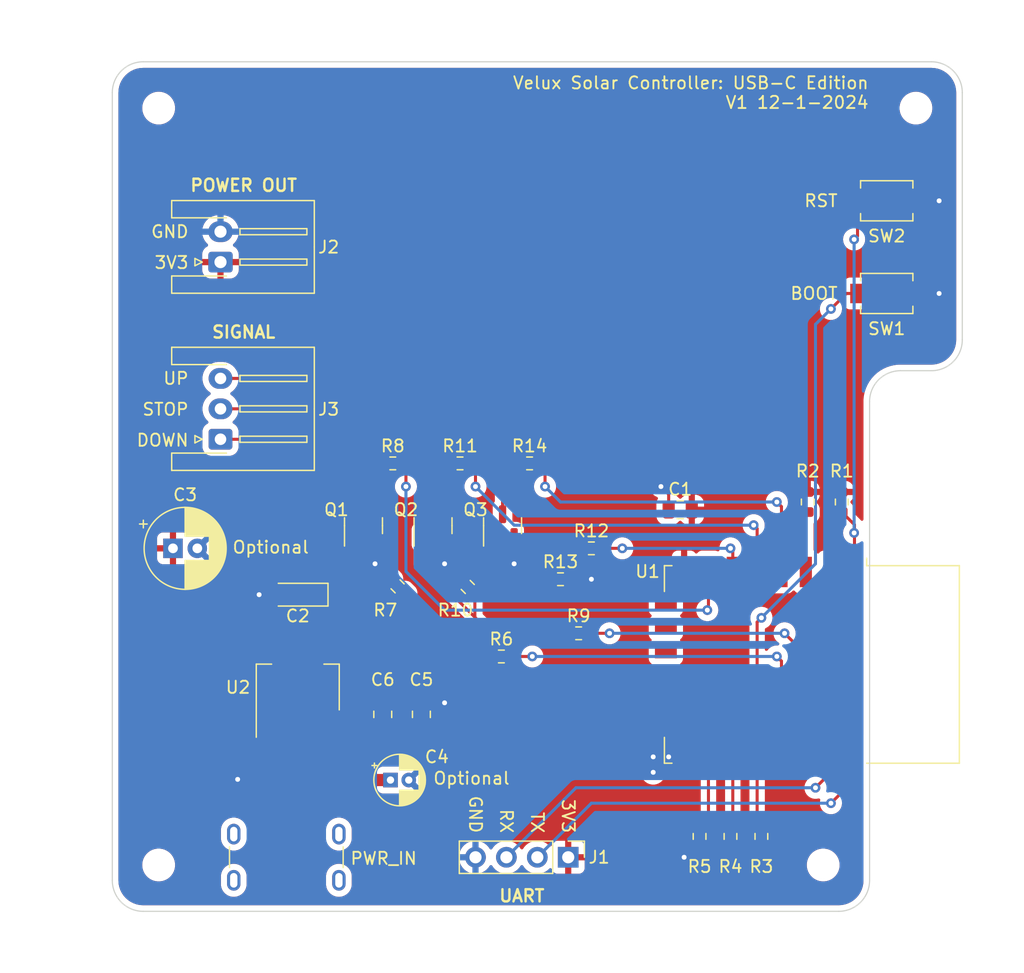
<source format=kicad_pcb>
(kicad_pcb (version 20241229) (generator "pcbnew") (generator_version "9.0")
  (layers (0 "F.Cu" signal) (2 "B.Cu" signal) (13 "F.Paste" user) (15 "B.Paste" user) (5 "F.SilkS" user "F.Silkscreen") (7 "B.SilkS" user "B.Silkscreen") (1 "F.Mask" user) (3 "B.Mask" user) (25 "Edge.Cuts" user))
  (net 0 "")
  (net 1 "GND")
  (net 2 "+3.3V")
  (net 3 "VCC")
  (net 4 "/TXD")
  (net 5 "/RXD")
  (net 6 "/GPIO4")
  (net 7 "/GPIO5")
  (net 8 "/GPIO12")
  (net 9 "/RST")
  (net 10 "/EN")
  (net 11 "/GPIO0")
  (net 12 "/GPIO2")
  (net 13 "/GPIO15")
  (net 15 "/GPIO14")
  (net 16 "/GPIO16")
  (net 17 "/GPIO13")
  (net 24 "/LINE_UP")
  (net 25 "/LINE_STOP")
  (net 26 "/LINE_DOWN")
  (net 27 "Net-(Q1-B)")
  (net 28 "Net-(Q2-B)")
  (net 29 "Net-(Q3-B)")
  (footprint "footprints:SW_PTS820" (layer "F.Cu") (at 203.34 74.93 180)
    (property "Reference" "SW2" (at 0 -2.9 0) (layer "F.SilkS"))
    (property "Value" "RST" (at 3.95 0 180) (layer "F.SilkS") (effects (justify right)))
    (pad "1" smd rect (at -2.4 0 180) (size 1.2 1.6) (layers "F.Cu" "F.Mask" "F.Paste") (net 1 "GND"))
    (pad "2" smd rect (at 2.4 0 180) (size 1.2 1.6) (layers "F.Cu" "F.Mask" "F.Paste") (net 9 "/RST"))
  )
  (footprint "Capacitor_SMD:C_0805_2012Metric" (layer "F.Cu") (at 165.1 117.155 -90)
    (property "Reference" "C5" (at -2.855 0 180) (layer "F.SilkS"))
    (property "Value" "10μF")
    (pad "1" smd roundrect (at -0.95 0 270) (size 1 1.45) (layers "F.Cu" "F.Mask" "F.Paste") (net 1 "GND"))
    (pad "2" smd roundrect (at 0.95 0 270) (size 1 1.45) (layers "F.Cu" "F.Mask" "F.Paste") (net 3 "VCC"))
  )
  (footprint "Package_TO_SOT_SMD:SOT-23" (layer "F.Cu") (at 160.34 101.64 90)
    (property "Reference" "Q1" (at 1.31 -2.225 180) (layer "F.SilkS"))
    (property "Value" "MMBT3904")
    (pad "1" smd roundrect (at -0.9375 -0.95 90) (size 1.475 0.6) (layers "F.Cu" "F.Mask" "F.Paste") (net 27 "Net-(Q1-B)"))
    (pad "2" smd roundrect (at -0.9375 0.95 90) (size 1.475 0.6) (layers "F.Cu" "F.Mask" "F.Paste") (net 1 "GND"))
    (pad "3" smd roundrect (at 0.9375 0 90) (size 1.475 0.6) (layers "F.Cu" "F.Mask" "F.Paste") (net 26 "/LINE_DOWN"))
  )
  (footprint "Resistor_SMD:R_0603_1608Metric" (layer "F.Cu") (at 187.96 127.19 90)
    (property "Reference" "R5" (at -2.477 0 180) (layer "F.SilkS"))
    (property "Value" "10K")
    (pad "1" smd roundrect (at -0.825 0 90) (size 0.8 0.95) (layers "F.Cu" "F.Mask" "F.Paste") (net 1 "GND"))
    (pad "2" smd roundrect (at 0.825 0 90) (size 0.8 0.95) (layers "F.Cu" "F.Mask" "F.Paste") (net 13 "/GPIO15"))
  )
  (footprint "MountingHole:MountingHole_2.2mm_M2" (layer "F.Cu") (at 198.12 129.54)
    (property "Reference" "H1")
    (property "Value" "MountingHole")
    (pad "" np_thru_hole circle (at 0 0) (size 2.2 2.2) (drill 2.2) (layers "*.Cu" "*.Mask"))
  )
  (footprint "Resistor_SMD:R_0603_1608Metric" (layer "F.Cu") (at 179.07 103.505)
    (property "Reference" "R12" (at 0 -1.43 0) (layer "F.SilkS"))
    (property "Value" "1K")
    (pad "1" smd roundrect (at -0.825 0) (size 0.8 0.95) (layers "F.Cu" "F.Mask" "F.Paste") (net 29 "Net-(Q3-B)"))
    (pad "2" smd roundrect (at 0.825 0) (size 0.8 0.95) (layers "F.Cu" "F.Mask" "F.Paste") (net 8 "/GPIO12"))
  )
  (footprint "footprints:SW_PTS820" (layer "F.Cu") (at 203.34 82.55 180)
    (property "Reference" "SW1" (at 0 -2.9 0) (layer "F.SilkS"))
    (property "Value" "BOOT" (at 3.95 0 180) (layer "F.SilkS") (effects (justify right)))
    (pad "1" smd rect (at -2.4 0 180) (size 1.2 1.6) (layers "F.Cu" "F.Mask" "F.Paste") (net 1 "GND"))
    (pad "2" smd rect (at 2.4 0 180) (size 1.2 1.6) (layers "F.Cu" "F.Mask" "F.Paste") (net 11 "/GPIO0"))
  )
  (footprint "Resistor_SMD:R_0603_1608Metric" (layer "F.Cu") (at 178.0225 110.49)
    (property "Reference" "R9" (at 0 -1.43 0) (layer "F.SilkS"))
    (property "Value" "1K")
    (pad "1" smd roundrect (at -0.825 0) (size 0.8 0.95) (layers "F.Cu" "F.Mask" "F.Paste") (net 28 "Net-(Q2-B)"))
    (pad "2" smd roundrect (at 0.825 0) (size 0.8 0.95) (layers "F.Cu" "F.Mask" "F.Paste") (net 7 "/GPIO5"))
  )
  (footprint "Resistor_SMD:R_0603_1608Metric" (layer "F.Cu") (at 176.53 106.045)
    (property "Reference" "R13" (at 0 -1.43 0) (layer "F.SilkS"))
    (property "Value" "10K")
    (pad "1" smd roundrect (at -0.825 0) (size 0.8 0.95) (layers "F.Cu" "F.Mask" "F.Paste") (net 29 "Net-(Q3-B)"))
    (pad "2" smd roundrect (at 0.825 0) (size 0.8 0.95) (layers "F.Cu" "F.Mask" "F.Paste") (net 1 "GND"))
  )
  (footprint "Resistor_SMD:R_0603_1608Metric" (layer "F.Cu") (at 193.04 127.19 -90)
    (property "Reference" "R3" (at 2.477 0 180) (layer "F.SilkS"))
    (property "Value" "10K")
    (pad "1" smd roundrect (at -0.825 0 270) (size 0.8 0.95) (layers "F.Cu" "F.Mask" "F.Paste") (net 11 "/GPIO0"))
    (pad "2" smd roundrect (at 0.825 0 270) (size 0.8 0.95) (layers "F.Cu" "F.Mask" "F.Paste") (net 2 "+3.3V"))
  )
  (footprint "Resistor_SMD:R_0603_1608Metric" (layer "F.Cu") (at 199.644 99.695 90)
    (property "Reference" "R1" (at 2.54 0 180) (layer "F.SilkS"))
    (property "Value" "10K")
    (pad "1" smd roundrect (at -0.825 0 90) (size 0.8 0.95) (layers "F.Cu" "F.Mask" "F.Paste") (net 9 "/RST"))
    (pad "2" smd roundrect (at 0.825 0 90) (size 0.8 0.95) (layers "F.Cu" "F.Mask" "F.Paste") (net 2 "+3.3V"))
  )
  (footprint "RF_Module:ESP-12E" (layer "F.Cu") (at 197.19 113.05 -90)
    (property "Reference" "U1" (at -7.64 12.405 180) (layer "F.SilkS") (effects (justify right)))
    (property "Value" "ESP-12F")
    (pad "1" smd rect (at -7.6 -3.5 270) (size 2.5 1) (layers "F.Cu" "F.Mask" "F.Paste") (net 9 "/RST"))
    (pad "2" smd rect (at -7.6 -1.5 270) (size 2.5 1) (layers "F.Cu" "F.Mask" "F.Paste"))
    (pad "3" smd rect (at -7.6 0.5 270) (size 2.5 1) (layers "F.Cu" "F.Mask" "F.Paste") (net 10 "/EN"))
    (pad "4" smd rect (at -7.6 2.5 270) (size 2.5 1) (layers "F.Cu" "F.Mask" "F.Paste") (net 16 "/GPIO16"))
    (pad "5" smd rect (at -7.6 4.5 270) (size 2.5 1) (layers "F.Cu" "F.Mask" "F.Paste") (net 15 "/GPIO14"))
    (pad "6" smd rect (at -7.6 6.5 270) (size 2.5 1) (layers "F.Cu" "F.Mask" "F.Paste") (net 8 "/GPIO12"))
    (pad "7" smd rect (at -7.6 8.5 270) (size 2.5 1) (layers "F.Cu" "F.Mask" "F.Paste") (net 17 "/GPIO13"))
    (pad "8" smd rect (at -7.6 10.5 270) (size 2.5 1) (layers "F.Cu" "F.Mask" "F.Paste") (net 2 "+3.3V"))
    (pad "9" smd rect (at -5 12 270) (size 1 1.8) (layers "F.Cu" "F.Mask" "F.Paste"))
    (pad "10" smd rect (at -3 12 270) (size 1 1.8) (layers "F.Cu" "F.Mask" "F.Paste"))
    (pad "11" smd rect (at -1 12 270) (size 1 1.8) (layers "F.Cu" "F.Mask" "F.Paste"))
    (pad "12" smd rect (at 1 12 270) (size 1 1.8) (layers "F.Cu" "F.Mask" "F.Paste"))
    (pad "13" smd rect (at 3 12 270) (size 1 1.8) (layers "F.Cu" "F.Mask" "F.Paste"))
    (pad "14" smd rect (at 5 12 270) (size 1 1.8) (layers "F.Cu" "F.Mask" "F.Paste"))
    (pad "15" smd rect (at 7.6 10.5 270) (size 2.5 1) (layers "F.Cu" "F.Mask" "F.Paste") (net 1 "GND"))
    (pad "16" smd rect (at 7.6 8.5 270) (size 2.5 1) (layers "F.Cu" "F.Mask" "F.Paste") (net 13 "/GPIO15"))
    (pad "17" smd rect (at 7.6 6.5 270) (size 2.5 1) (layers "F.Cu" "F.Mask" "F.Paste") (net 12 "/GPIO2"))
    (pad "18" smd rect (at 7.6 4.5 270) (size 2.5 1) (layers "F.Cu" "F.Mask" "F.Paste") (net 11 "/GPIO0"))
    (pad "19" smd rect (at 7.6 2.5 270) (size 2.5 1) (layers "F.Cu" "F.Mask" "F.Paste") (net 6 "/GPIO4"))
    (pad "20" smd rect (at 7.6 0.5 270) (size 2.5 1) (layers "F.Cu" "F.Mask" "F.Paste") (net 7 "/GPIO5"))
    (pad "21" smd rect (at 7.6 -1.5 270) (size 2.5 1) (layers "F.Cu" "F.Mask" "F.Paste") (net 5 "/RXD"))
    (pad "22" smd rect (at 7.6 -3.5 270) (size 2.5 1) (layers "F.Cu" "F.Mask" "F.Paste") (net 4 "/TXD"))
    (zone (net 0) (net_name "") (layers "F.Cu" "B.Cu") (connect_pads (clearance 0)) (min_thickness 0.254)
      (keepout (tracks not_allowed) (vias not_allowed) (pads not_allowed) (copperpour not_allowed) (footprints not_allowed))
      (fill (thermal_gap 0.508) (thermal_bridge_width 0.508))
      (polygon (pts (xy 201.99 104.93) (xy 201.99 121.17) (xy 209.31 121.17) (xy 209.31 104.93)))
    )
  )
  (footprint "Connector_JST:JST_XH_S3B-XH-A-1_1x03_P2.50mm_Horizontal" (layer "F.Cu") (at 148.59 94.535 90)
    (property "Reference" "J3" (at 2.46 8.89 180) (layer "F.SilkS"))
    (property "Value" "SIGNAL" (at 8.81 1.905 180) (layer "F.SilkS") (effects (font (thickness 0.2) (bold yes))))
    (pad "1" thru_hole roundrect (at 0 0 90) (size 1.7 1.95) (drill 0.95) (layers "*.Cu" "*.Mask") (roundrect_rratio 0.1470588235) (net 26 "/LINE_DOWN"))
    (pad "2" thru_hole oval (at 2.5 0 90) (size 1.7 1.95) (drill 0.95) (layers "*.Cu" "*.Mask") (net 25 "/LINE_STOP"))
    (pad "3" thru_hole oval (at 5 0 90) (size 1.7 1.95) (drill 0.95) (layers "*.Cu" "*.Mask") (net 24 "/LINE_UP"))
  )
  (footprint "Package_TO_SOT_SMD:SOT-223-3_TabPin2" (layer "F.Cu") (at 154.94 114.935 90)
    (property "Reference" "U2" (at 0 -3.81 180) (layer "F.SilkS") (effects (justify right)))
    (property "Value" "AMS1117-3.3")
    (pad "1" smd rect (at -3.15 -2.3 90) (size 2 1.5) (layers "F.Cu" "F.Mask" "F.Paste") (net 1 "GND"))
    (pad "2" smd rect (at -3.15 0 90) (size 2 1.5) (layers "F.Cu" "F.Mask" "F.Paste") (net 2 "+3.3V"))
    (pad "2" smd rect (at 3.15 0 90) (size 2 3.8) (layers "F.Cu" "F.Mask" "F.Paste") (net 2 "+3.3V"))
    (pad "3" smd rect (at -3.15 2.3 90) (size 2 1.5) (layers "F.Cu" "F.Mask" "F.Paste") (net 3 "VCC"))
  )
  (footprint "Capacitor_THT:CP_Radial_D4.0mm_P1.50mm" (layer "F.Cu") (at 162.56 122.555)
    (property "Reference" "C4" (at 3.81 -1.905 0) (layer "F.SilkS"))
    (property "Value" "10μF")
    (pad "1" thru_hole rect (at 0 0) (size 1.2 1.2) (drill 0.6) (layers "*.Cu" "*.Mask") (net 3 "VCC"))
    (pad "2" thru_hole circle (at 1.5 0) (size 1.2 1.2) (drill 0.6) (layers "*.Cu" "*.Mask") (net 1 "GND"))
  )
  (footprint "MountingHole:MountingHole_2.2mm_M2" (layer "F.Cu") (at 205.74 67.31)
    (property "Reference" "H4")
    (property "Value" "MountingHole")
    (pad "" np_thru_hole circle (at 0 0) (size 2.2 2.2) (drill 2.2) (layers "*.Cu" "*.Mask"))
  )
  (footprint "footprints:CP_Radial_D6.5mm_P2.00mm" (layer "F.Cu") (at 144.685 103.505)
    (property "Reference" "C3" (at 1 -4.4 0) (layer "F.SilkS"))
    (property "Value" "470μF")
    (pad "1" thru_hole rect (at 0 0) (size 1.6 1.6) (drill 0.8) (layers "*.Cu" "*.Mask") (net 2 "+3.3V"))
    (pad "2" thru_hole circle (at 2 0) (size 1.6 1.6) (drill 0.8) (layers "*.Cu" "*.Mask") (net 1 "GND"))
  )
  (footprint "MountingHole:MountingHole_2.2mm_M2" (layer "F.Cu") (at 143.51 67.31)
    (property "Reference" "H3")
    (property "Value" "MountingHole")
    (pad "" np_thru_hole circle (at 0 0) (size 2.2 2.2) (drill 2.2) (layers "*.Cu" "*.Mask"))
  )
  (footprint "Resistor_SMD:R_0603_1608Metric" (layer "F.Cu") (at 162.75 96.52)
    (property "Reference" "R8" (at 0 -1.43 0) (layer "F.SilkS"))
    (property "Value" "1K")
    (pad "1" smd roundrect (at -0.825 0) (size 0.8 0.95) (layers "F.Cu" "F.Mask" "F.Paste") (net 26 "/LINE_DOWN"))
    (pad "2" smd roundrect (at 0.825 0) (size 0.8 0.95) (layers "F.Cu" "F.Mask" "F.Paste") (net 17 "/GPIO13"))
  )
  (footprint "Capacitor_SMD:C_0805_2012Metric" (layer "F.Cu") (at 161.925 117.155 -90)
    (property "Reference" "C6" (at -2.855 0 180) (layer "F.SilkS"))
    (property "Value" "0.1μF")
    (pad "1" smd roundrect (at -0.95 0 270) (size 1 1.45) (layers "F.Cu" "F.Mask" "F.Paste") (net 1 "GND"))
    (pad "2" smd roundrect (at 0.95 0 270) (size 1 1.45) (layers "F.Cu" "F.Mask" "F.Paste") (net 3 "VCC"))
  )
  (footprint "Capacitor_Tantalum_SMD:CP_EIA-3216-10_Kemet-I_Pad1.58x1.35mm_HandSolder" (layer "F.Cu") (at 154.94 107.315 180)
    (property "Reference" "C2" (at 0 -1.75 180) (layer "F.SilkS"))
    (property "Value" "22μF")
    (pad "1" smd roundrect (at -1.4375 0 180) (size 1.575 1.35) (layers "F.Cu" "F.Mask" "F.Paste") (roundrect_rratio 0.185185) (net 2 "+3.3V"))
    (pad "2" smd roundrect (at 1.4375 0 180) (size 1.575 1.35) (layers "F.Cu" "F.Mask" "F.Paste") (roundrect_rratio 0.185185) (net 1 "GND"))
  )
  (footprint "Resistor_SMD:R_0603_1608Metric" (layer "F.Cu") (at 173.99 96.52)
    (property "Reference" "R14" (at 0 -1.43 0) (layer "F.SilkS"))
    (property "Value" "1K")
    (pad "1" smd roundrect (at -0.825 0) (size 0.8 0.95) (layers "F.Cu" "F.Mask" "F.Paste") (net 24 "/LINE_UP"))
    (pad "2" smd roundrect (at 0.825 0) (size 0.8 0.95) (layers "F.Cu" "F.Mask" "F.Paste") (net 16 "/GPIO16"))
  )
  (footprint "Package_TO_SOT_SMD:SOT-23" (layer "F.Cu") (at 166.055 101.64 90)
    (property "Reference" "Q2" (at 1.31 -2.225 180) (layer "F.SilkS"))
    (property "Value" "MMBT3904")
    (pad "1" smd roundrect (at -0.9375 -0.95 90) (size 1.475 0.6) (layers "F.Cu" "F.Mask" "F.Paste") (net 28 "Net-(Q2-B)"))
    (pad "2" smd roundrect (at -0.9375 0.95 90) (size 1.475 0.6) (layers "F.Cu" "F.Mask" "F.Paste") (net 1 "GND"))
    (pad "3" smd roundrect (at 0.9375 0 90) (size 1.475 0.6) (layers "F.Cu" "F.Mask" "F.Paste") (net 25 "/LINE_STOP"))
  )
  (footprint "Package_TO_SOT_SMD:SOT-23" (layer "F.Cu") (at 171.77 101.64 90)
    (property "Reference" "Q3" (at 1.31 -2.225 180) (layer "F.SilkS"))
    (property "Value" "MMBT3904")
    (pad "1" smd roundrect (at -0.9375 -0.95 90) (size 1.475 0.6) (layers "F.Cu" "F.Mask" "F.Paste") (net 29 "Net-(Q3-B)"))
    (pad "2" smd roundrect (at -0.9375 0.95 90) (size 1.475 0.6) (layers "F.Cu" "F.Mask" "F.Paste") (net 1 "GND"))
    (pad "3" smd roundrect (at 0.9375 0 90) (size 1.475 0.6) (layers "F.Cu" "F.Mask" "F.Paste") (net 24 "/LINE_UP"))
  )
  (footprint "Resistor_SMD:R_0603_1608Metric" (layer "F.Cu") (at 168.275 96.52)
    (property "Reference" "R11" (at 0 -1.43 0) (layer "F.SilkS"))
    (property "Value" "1K")
    (pad "1" smd roundrect (at -0.825 0) (size 0.8 0.95) (layers "F.Cu" "F.Mask" "F.Paste") (net 25 "/LINE_STOP"))
    (pad "2" smd roundrect (at 0.825 0) (size 0.8 0.95) (layers "F.Cu" "F.Mask" "F.Paste") (net 15 "/GPIO14"))
  )
  (footprint "Resistor_SMD:R_0603_1608Metric" (layer "F.Cu") (at 196.85 99.695 90)
    (property "Reference" "R2" (at 2.54 0 180) (layer "F.SilkS"))
    (property "Value" "10K")
    (pad "1" smd roundrect (at -0.825 0 90) (size 0.8 0.95) (layers "F.Cu" "F.Mask" "F.Paste") (net 10 "/EN"))
    (pad "2" smd roundrect (at 0.825 0 90) (size 0.8 0.95) (layers "F.Cu" "F.Mask" "F.Paste") (net 2 "+3.3V"))
  )
  (footprint "Resistor_SMD:R_0603_1608Metric" (layer "F.Cu") (at 163.143363 106.628363 135)
    (property "Reference" "R7" (at -0.668551 -2.098552 180) (layer "F.SilkS"))
    (property "Value" "10K")
    (pad "1" smd roundrect (at -0.825 0 135) (size 0.8 0.95) (layers "F.Cu" "F.Mask" "F.Paste") (net 27 "Net-(Q1-B)"))
    (pad "2" smd roundrect (at 0.825 0 135) (size 0.8 0.95) (layers "F.Cu" "F.Mask" "F.Paste") (net 1 "GND"))
  )
  (footprint "Connector_JST:JST_XH_S2B-XH-A-1_1x02_P2.50mm_Horizontal" (layer "F.Cu") (at 148.59 79.97 90)
    (property "Reference" "J2" (at 1.23 8.89 0) (layer "F.SilkS"))
    (property "Value" "POWER OUT" (at 6.31 1.905 0) (layer "F.SilkS") (effects (font (thickness 0.2) (bold yes))))
    (pad "1" thru_hole roundrect (at 0 0 90) (size 1.7 2) (drill 1) (layers "*.Cu" "*.Mask") (roundrect_rratio 0.1470588235) (net 2 "+3.3V"))
    (pad "2" thru_hole oval (at 2.5 0 90) (size 1.7 2) (drill 1) (layers "*.Cu" "*.Mask") (net 1 "GND"))
  )
  (footprint "MountingHole:MountingHole_2.2mm_M2" (layer "F.Cu") (at 143.51 129.54)
    (property "Reference" "H2")
    (property "Value" "MountingHole")
    (pad "" np_thru_hole circle (at 0 0) (size 2.2 2.2) (drill 2.2) (layers "*.Cu" "*.Mask"))
  )
  (footprint "Capacitor_SMD:C_0805_2012Metric" (layer "F.Cu") (at 186.37 100.33)
    (property "Reference" "C1" (at 0 -1.68 0) (layer "F.SilkS"))
    (property "Value" "0.1μF")
    (pad "1" smd roundrect (at -0.95 0) (size 1 1.45) (layers "F.Cu" "F.Mask" "F.Paste") (net 1 "GND"))
    (pad "2" smd roundrect (at 0.95 0) (size 1 1.45) (layers "F.Cu" "F.Mask" "F.Paste") (net 2 "+3.3V"))
  )
  (footprint "Resistor_SMD:R_0603_1608Metric" (layer "F.Cu") (at 168.91 106.68 135)
    (property "Reference" "R10" (at -0.632038 -2.062039 180) (layer "F.SilkS"))
    (property "Value" "10K")
    (pad "1" smd roundrect (at -0.825 0 135) (size 0.8 0.95) (layers "F.Cu" "F.Mask" "F.Paste") (net 28 "Net-(Q2-B)"))
    (pad "2" smd roundrect (at 0.825 0 135) (size 0.8 0.95) (layers "F.Cu" "F.Mask" "F.Paste") (net 1 "GND"))
  )
  (footprint "Resistor_SMD:R_0603_1608Metric" (layer "F.Cu") (at 190.5 127.19 -90)
    (property "Reference" "R4" (at 2.477 0 180) (layer "F.SilkS"))
    (property "Value" "10K")
    (pad "1" smd roundrect (at -0.825 0 270) (size 0.8 0.95) (layers "F.Cu" "F.Mask" "F.Paste") (net 12 "/GPIO2"))
    (pad "2" smd roundrect (at 0.825 0 270) (size 0.8 0.95) (layers "F.Cu" "F.Mask" "F.Paste") (net 2 "+3.3V"))
  )
  (footprint "Connector_USB:USB_C_Receptacle_GCT_USB4125-xx-x_6P_TopMnt_Horizontal" (layer "F.Cu") (at 154 130)
    (property "Reference" "PWR_IN" (at 8 -1 0) (layer "F.SilkS"))
    (property "Value" "USB_C_Receptacle_GCT_USB4125-xx-x_6P_TopMnt_Horizontal")
    (pad "A5" smd roundrect (at -0.5 -3.08) (size 0.7 1.2) (layers "F.Cu" "F.Mask" "F.Paste"))
    (pad "A9" smd roundrect (at 1.52 -3.08 180) (size 0.76 1.2) (layers "F.Cu" "F.Mask" "F.Paste"))
    (pad "A12" smd roundrect (at 2.75 -3.08 180) (size 0.8 1.2) (layers "F.Cu" "F.Mask" "F.Paste"))
    (pad "B5" smd roundrect (at 0.5 -3.08 180) (size 0.7 1.2) (layers "F.Cu" "F.Mask" "F.Paste"))
    (pad "B9" smd roundrect (at -1.52 -3.08) (size 0.76 1.2) (layers "F.Cu" "F.Mask" "F.Paste"))
    (pad "B12" smd roundrect (at -2.75 -3.08) (size 0.8 1.2) (layers "F.Cu" "F.Mask" "F.Paste") (net 1 "GND"))
    (pad "S1" thru_hole oval (at -4.32 -3) (size 1.1 1.7) (drill oval 0.6 1.2) (layers "*.Cu" "*.Mask" "F.Paste"))
    (pad "S1" thru_hole oval (at -4.32 0.8) (size 1.1 1.7) (drill oval 0.6 1.2) (layers "*.Cu" "*.Mask" "F.Paste"))
    (pad "S1" thru_hole oval (at 4.32 -3) (size 1.1 1.7) (drill oval 0.6 1.2) (layers "*.Cu" "*.Mask" "F.Paste"))
    (pad "S1" thru_hole oval (at 4.32 0.8) (size 1.1 1.7) (drill oval 0.6 1.2) (layers "*.Cu" "*.Mask" "F.Paste"))
  )
  (footprint "Resistor_SMD:R_0603_1608Metric" (layer "F.Cu") (at 171.6725 112.395)
    (property "Reference" "R6" (at 0 -1.43 0) (layer "F.SilkS"))
    (property "Value" "1K")
    (pad "1" smd roundrect (at -0.825 0) (size 0.8 0.95) (layers "F.Cu" "F.Mask" "F.Paste") (net 27 "Net-(Q1-B)"))
    (pad "2" smd roundrect (at 0.825 0) (size 0.8 0.95) (layers "F.Cu" "F.Mask" "F.Paste") (net 6 "/GPIO4"))
  )
  (footprint "Connector_PinHeader_2.54mm:PinHeader_1x04_P2.54mm_Vertical" (layer "F.Cu") (at 177.165 128.905 -90)
    (property "Reference" "J1" (at 0 -2.54 180) (layer "F.SilkS"))
    (property "Value" "UART" (at 3.175 3.81 180) (layer "F.SilkS") (effects (font (thickness 0.2) (bold yes))))
    (pad "1" thru_hole rect (at 0 0 270) (size 1.7 1.7) (drill 1) (layers "*.Cu" "*.Mask") (net 2 "+3.3V"))
    (pad "2" thru_hole oval (at 0 2.54 270) (size 1.7 1.7) (drill 1) (layers "*.Cu" "*.Mask") (net 4 "/TXD"))
    (pad "3" thru_hole oval (at 0 5.08 270) (size 1.7 1.7) (drill 1) (layers "*.Cu" "*.Mask") (net 5 "/RXD"))
    (pad "4" thru_hole oval (at 0 7.62 270) (size 1.7 1.7) (drill 1) (layers "*.Cu" "*.Mask") (net 1 "GND"))
  )
  (gr_arc (start 201.93 91.44) (mid 202.673949 89.643949) (end 204.47 88.9) (stroke (width 0.1)) (layer "Edge.Cuts"))
  (gr_line (start 201.93 130.81) (end 201.93 91.44) (stroke (width 0.1)) (layer "Edge.Cuts"))
  (gr_line (start 142.24 63.5) (end 207.01 63.5) (stroke (width 0.1)) (layer "Edge.Cuts"))
  (gr_line (start 209.55 66.04) (end 209.55 86.36) (stroke (width 0.1)) (layer "Edge.Cuts"))
  (gr_line (start 199.39 133.35) (end 142.24 133.35) (stroke (width 0.1)) (layer "Edge.Cuts"))
  (gr_arc (start 142.24 133.35) (mid 140.443949 132.606051) (end 139.7 130.81) (stroke (width 0.1)) (layer "Edge.Cuts"))
  (gr_arc (start 201.93 130.81) (mid 201.186051 132.606051) (end 199.39 133.35) (stroke (width 0.1)) (layer "Edge.Cuts"))
  (gr_arc (start 207.01 63.5) (mid 208.806051 64.243949) (end 209.55 66.04) (stroke (width 0.1)) (layer "Edge.Cuts"))
  (gr_line (start 139.7 130.81) (end 139.7 66.04) (stroke (width 0.1)) (layer "Edge.Cuts"))
  (gr_arc (start 209.55 86.36) (mid 208.806051 88.156051) (end 207.01 88.9) (stroke (width 0.1)) (layer "Edge.Cuts"))
  (gr_line (start 204.47 88.9) (end 207.01 88.9) (stroke (width 0.1)) (layer "Edge.Cuts"))
  (gr_arc (start 139.7 66.04) (mid 140.443949 64.243949) (end 142.24 63.5) (stroke (width 0.1)) (layer "Edge.Cuts"))
  (gr_text "Optional\n" (at 166 123 0) (layer "F.SilkS") (effects (font (size 1 1)) (justify left bottom)))
  (gr_text "GND" (at 146.05 77.47 0) (layer "F.SilkS") (effects (font (size 1 1)) (justify right)))
  (gr_text "3V3" (at 146.05 80.01 0) (layer "F.SilkS") (effects (font (size 1 1)) (justify right)))
  (gr_text "TX" (at 174.625 127 270) (layer "F.SilkS") (effects (font (size 1 1)) (justify right)))
  (gr_text "STOP" (at 146.05 92.075 0) (layer "F.SilkS") (effects (font (size 1 1)) (justify right)))
  (gr_text "3V3" (at 177.165 127 270) (layer "F.SilkS") (effects (font (size 1 1)) (justify right)))
  (gr_text "Velux Solar Controller: USB-C Edition\nV1 12-1-2024" (at 201.93 66.04 0) (layer "F.SilkS") (effects (font (size 1 1)) (justify right)))
  (gr_text "GND" (at 169.545 127 270) (layer "F.SilkS") (effects (font (size 1 1)) (justify right)))
  (gr_text "DOWN" (at 146.05 94.615 0) (layer "F.SilkS") (effects (font (size 1 1)) (justify right)))
  (gr_text "UP" (at 146.05 89.535 0) (layer "F.SilkS") (effects (font (size 1 1)) (justify right)))
  (gr_text "Optional" (at 149.5 104 0) (layer "F.SilkS") (effects (font (size 1 1)) (justify left bottom)))
  (gr_text "RX" (at 172.085 127 270) (layer "F.SilkS") (effects (font (size 1 1)) (justify right)))
  (segment (start 187.96 128.015) (end 187.58 128.015) (width 0.25) (layer "F.Cu") (net 1))
  (segment (start 184.15 120.65) (end 184.15 121.92) (width 1) (layer "F.Cu") (net 1))
  (segment (start 161.925 116.205) (end 165.1 116.205) (width 0.5) (layer "F.Cu") (net 1))
  (segment (start 186.69 120.65) (end 184.15 120.65) (width 1) (layer "F.Cu") (net 1))
  (segment (start 161.29 104.775) (end 162.56 106.045) (width 0.25) (layer "F.Cu") (net 1))
  (segment (start 187.58 128.015) (end 186.69 128.905) (width 0.25) (layer "F.Cu") (net 1))
  (segment (start 205.74 82.55) (end 207.645 82.55) (width 0.25) (layer "F.Cu") (net 1))
  (segment (start 185.42 100.33) (end 185.42 99.06) (width 0.25) (layer "F.Cu") (net 1))
  (segment (start 167.005 102.5775) (end 167.005 104.775) (width 0.25) (layer "F.Cu") (net 1))
  (segment (start 177.355 106.045) (end 179.07 106.045) (width 0.25) (layer "F.Cu") (net 1))
  (segment (start 150.98 119.745) (end 152.64 118.085) (width 0.5) (layer "F.Cu") (net 1))
  (segment (start 151.25 122.77) (end 150.98 122.5) (width 0.5) (layer "F.Cu") (net 1))
  (segment (start 150 122.5) (end 150.98 122.5) (width 0.5) (layer "F.Cu") (net 1))
  (segment (start 151.765 107.315) (end 153.5025 107.315) (width 0.25) (layer "F.Cu") (net 1))
  (segment (start 150.98 122.5) (end 150.98 119.745) (width 0.5) (layer "F.Cu") (net 1))
  (segment (start 151.25 126.92) (end 151.25 122.77) (width 0.5) (layer "F.Cu") (net 1))
  (segment (start 167.005 116.205) (end 165.1 116.205) (width 0.25) (layer "F.Cu") (net 1))
  (segment (start 205.74 74.93) (end 207.645 74.93) (width 0.25) (layer "F.Cu") (net 1))
  (segment (start 185.42 99.06) (end 184.785 98.425) (width 0.25) (layer "F.Cu") (net 1))
  (segment (start 167.005 104.775) (end 168.326637 106.096637) (width 0.25) (layer "F.Cu") (net 1))
  (segment (start 161.29 102.5775) (end 161.29 104.775) (width 0.25) (layer "F.Cu") (net 1))
  (segment (start 172.72 102.5775) (end 172.72 104.775) (width 0.25) (layer "F.Cu") (net 1))
  (via (at 184.15 121.92) (size 0.8) (drill 0.4) (layers "F.Cu" "B.Cu") (net 1))
  (via (at 167.005 116.205) (size 0.8) (drill 0.4) (layers "F.Cu" "B.Cu") (net 1))
  (via (at 185.42 120.65) (size 0.8) (drill 0.4) (layers "F.Cu" "B.Cu") (net 1))
  (via (at 167.005 104.775) (size 0.8) (drill 0.4) (layers "F.Cu" "B.Cu") (net 1))
  (via (at 184.15 120.65) (size 0.8) (drill 0.4) (layers "F.Cu" "B.Cu") (net 1))
  (via (at 172.72 104.775) (size 0.8) (drill 0.4) (layers "F.Cu" "B.Cu") (net 1))
  (via (at 179.07 106.045) (size 0.8) (drill 0.4) (layers "F.Cu" "B.Cu") (net 1))
  (via (at 207.645 74.93) (size 0.8) (drill 0.4) (layers "F.Cu" "B.Cu") (net 1))
  (via (at 150 122.5) (size 0.8) (drill 0.4) (layers "F.Cu" "B.Cu") (net 1))
  (via (at 184.785 98.425) (size 0.8) (drill 0.4) (layers "F.Cu" "B.Cu") (net 1))
  (via (at 207.645 82.55) (size 0.8) (drill 0.4) (layers "F.Cu" "B.Cu") (net 1))
  (via (at 151.765 107.315) (size 0.8) (drill 0.4) (layers "F.Cu" "B.Cu") (net 1))
  (via (at 161.29 104.775) (size 0.8) (drill 0.4) (layers "F.Cu" "B.Cu") (net 1))
  (via (at 186.69 128.905) (size 0.8) (drill 0.4) (layers "F.Cu" "B.Cu") (net 1))
  (segment (start 161.9 118.085) (end 161.925 118.11) (width 1) (layer "F.Cu") (net 3))
  (segment (start 155.5 126.5) (end 155.5 124.555) (width 0.5) (layer "F.Cu") (net 3))
  (segment (start 155.5 124.555) (end 157.5 122.555) (width 0.5) (layer "F.Cu") (net 3))
  (segment (start 157.24 118.085) (end 157.24 122.295) (width 1) (layer "F.Cu") (net 3))
  (segment (start 161.925 118.105) (end 165.1 118.105) (width 0.5) (layer "F.Cu") (net 3))
  (segment (start 157.24 122.295) (end 157.5 122.555) (width 1) (layer "F.Cu") (net 3))
  (segment (start 157.24 118.085) (end 161.9 118.085) (width 0.5) (layer "F.Cu") (net 3))
  (segment (start 157.5 122.555) (end 162.56 122.555) (width 1) (layer "F.Cu") (net 3))
  (segment (start 198.755 124.46) (end 200.69 122.525) (width 0.25) (layer "F.Cu") (net 4))
  (segment (start 200.69 122.525) (end 200.69 120.65) (width 0.25) (layer "F.Cu") (net 4))
  (via (at 198.755 124.46) (size 0.8) (drill 0.4) (layers "F.Cu" "B.Cu") (net 4))
  (segment (start 179.07 124.46) (end 174.625 128.905) (width 0.25) (layer "B.Cu") (net 4))
  (segment (start 198.755 124.46) (end 179.07 124.46) (width 0.25) (layer "B.Cu") (net 4))
  (segment (start 198.69 120.65) (end 198.69 121.985) (width 0.25) (layer "F.Cu") (net 5))
  (segment (start 198.69 121.985) (end 197.485 123.19) (width 0.25) (layer "F.Cu") (net 5))
  (via (at 197.485 123.19) (size 0.8) (drill 0.4) (layers "F.Cu" "B.Cu") (net 5))
  (segment (start 172.085 128.905) (end 177.8 123.19) (width 0.25) (layer "B.Cu") (net 5))
  (segment (start 177.8 123.19) (end 197.485 123.19) (width 0.25) (layer "B.Cu") (net 5))
  (segment (start 194.69 112.775) (end 194.31 112.395) (width 0.25) (layer "F.Cu") (net 6))
  (segment (start 174.2125 112.395) (end 172.4975 112.395) (width 0.25) (layer "F.Cu") (net 6))
  (segment (start 194.69 120.65) (end 194.69 112.775) (width 0.25) (layer "F.Cu") (net 6))
  (via (at 174.2125 112.395) (size 0.8) (drill 0.4) (layers "F.Cu" "B.Cu") (net 6))
  (via (at 194.31 112.395) (size 0.8) (drill 0.4) (layers "F.Cu" "B.Cu") (net 6))
  (segment (start 194.31 112.395) (end 174.2125 112.395) (width 0.25) (layer "B.Cu") (net 6))
  (segment (start 180.5625 110.49) (end 178.8475 110.49) (width 0.25) (layer "F.Cu") (net 7))
  (segment (start 196.69 112.235) (end 194.945 110.49) (width 0.25) (layer "F.Cu") (net 7))
  (segment (start 196.69 120.65) (end 196.69 112.235) (width 0.25) (layer "F.Cu") (net 7))
  (via (at 194.945 110.49) (size 0.8) (drill 0.4) (layers "F.Cu" "B.Cu") (net 7))
  (via (at 180.5625 110.49) (size 0.8) (drill 0.4) (layers "F.Cu" "B.Cu") (net 7))
  (segment (start 194.945 110.49) (end 180.5625 110.49) (width 0.25) (layer "B.Cu") (net 7))
  (segment (start 190.69 105.45) (end 190.69 103.695) (width 0.25) (layer "F.Cu") (net 8))
  (segment (start 190.69 103.695) (end 190.5 103.505) (width 0.25) (layer "F.Cu") (net 8))
  (segment (start 181.61 103.505) (end 179.895 103.505) (width 0.25) (layer "F.Cu") (net 8))
  (via (at 181.61 103.505) (size 0.8) (drill 0.4) (layers "F.Cu" "B.Cu") (net 8))
  (via (at 190.5 103.505) (size 0.8) (drill 0.4) (layers "F.Cu" "B.Cu") (net 8))
  (segment (start 190.5 103.505) (end 181.61 103.505) (width 0.25) (layer "B.Cu") (net 8))
  (segment (start 200.69 105.45) (end 200.69 102.265) (width 0.25) (layer "F.Cu") (net 9))
  (segment (start 200.69 102.205) (end 200.69 101.566) (width 0.25) (layer "F.Cu") (net 9))
  (segment (start 200.94 77.825) (end 200.66 78.105) (width 0.25) (layer "F.Cu") (net 9))
  (segment (start 200.69 102.265) (end 200.66 102.235) (width 0.25) (layer "F.Cu") (net 9))
  (segment (start 200.66 102.235) (end 200.69 102.205) (width 0.25) (layer "F.Cu") (net 9))
  (segment (start 200.69 101.566) (end 199.644 100.52) (width 0.25) (layer "F.Cu") (net 9))
  (segment (start 200.94 74.93) (end 200.94 77.825) (width 0.25) (layer "F.Cu") (net 9))
  (via (at 200.66 78.105) (size 0.8) (drill 0.4) (layers "F.Cu" "B.Cu") (net 9))
  (via (at 200.66 102.235) (size 0.8) (drill 0.4) (layers "F.Cu" "B.Cu") (net 9))
  (segment (start 200.66 102.235) (end 200.66 78.105) (width 0.25) (layer "B.Cu") (net 9))
  (segment (start 196.69 105.45) (end 196.69 100.68) (width 0.25) (layer "F.Cu") (net 10))
  (segment (start 192.69 120.65) (end 192.69 109.57) (width 0.25) (layer "F.Cu") (net 11))
  (segment (start 198.755 83.82) (end 200.025 82.55) (width 0.25) (layer "F.Cu") (net 11))
  (segment (start 200.025 82.55) (end 200.94 82.55) (width 0.25) (layer "F.Cu") (net 11))
  (segment (start 192.69 109.57) (end 193.04 109.22) (width 0.25) (layer "F.Cu") (net 11))
  (segment (start 192.69 120.65) (end 192.69 126.365) (width 0.25) (layer "F.Cu") (net 11))
  (via (at 198.755 83.82) (size 0.8) (drill 0.4) (layers "F.Cu" "B.Cu") (net 11))
  (via (at 193.04 109.22) (size 0.8) (drill 0.4) (layers "F.Cu" "B.Cu") (net 11))
  (segment (start 197.485 104.775) (end 197.485 85.09) (width 0.25) (layer "B.Cu") (net 11))
  (segment (start 197.485 85.09) (end 198.755 83.82) (width 0.25) (layer "B.Cu") (net 11))
  (segment (start 193.04 109.22) (end 197.485 104.775) (width 0.25) (layer "B.Cu") (net 11))
  (segment (start 190.69 120.65) (end 190.69 126.365) (width 0.25) (layer "F.Cu") (net 12))
  (segment (start 188.69 120.65) (end 188.69 125.635) (width 0.25) (layer "F.Cu") (net 13))
  (segment (start 188.69 125.635) (end 187.96 126.365) (width 0.25) (layer "F.Cu") (net 13))
  (segment (start 169.545 96.965) (end 169.1 96.52) (width 0.25) (layer "F.Cu") (net 15))
  (segment (start 169.545 98.425) (end 169.545 96.965) (width 0.25) (layer "F.Cu") (net 15))
  (segment (start 192.69 105.45) (end 192.69 101.885) (width 0.25) (layer "F.Cu") (net 15))
  (segment (start 192.69 101.885) (end 192.405 101.6) (width 0.25) (layer "F.Cu") (net 15))
  (via (at 169.545 98.425) (size 0.8) (drill 0.4) (layers "F.Cu" "B.Cu") (net 15))
  (via (at 192.405 101.6) (size 0.8) (drill 0.4) (layers "F.Cu" "B.Cu") (net 15))
  (segment (start 192.405 101.6) (end 172.72 101.6) (width 0.25) (layer "B.Cu") (net 15))
  (segment (start 172.72 101.6) (end 169.545 98.425) (width 0.25) (layer "B.Cu") (net 15))
  (segment (start 194.69 105.45) (end 194.69 100.075) (width 0.25) (layer "F.Cu") (net 16))
  (segment (start 175.26 96.965) (end 174.815 96.52) (width 0.25) (layer "F.Cu") (net 16))
  (segment (start 175.26 98.425) (end 175.26 96.965) (width 0.25) (layer "F.Cu") (net 16))
  (segment (start 194.69 100.075) (end 194.31 99.695) (width 0.25) (layer "F.Cu") (net 16))
  (via (at 175.26 98.425) (size 0.8) (drill 0.4) (layers "F.Cu" "B.Cu") (net 16))
  (via (at 194.31 99.695) (size 0.8) (drill 0.4) (layers "F.Cu" "B.Cu") (net 16))
  (segment (start 194.31 99.695) (end 176.53 99.695) (width 0.25) (layer "B.Cu") (net 16))
  (segment (start 176.53 99.695) (end 175.26 98.425) (width 0.25) (layer "B.Cu") (net 16))
  (segment (start 188.69 105.45) (end 188.69 108.49) (width 0.25) (layer "F.Cu") (net 17))
  (segment (start 188.69 108.49) (end 188.595 108.585) (width 0.25) (layer "F.Cu") (net 17))
  (segment (start 163.83 98.425) (end 163.83 96.775) (width 0.25) (layer "F.Cu") (net 17))
  (via (at 163.83 98.425) (size 0.8) (drill 0.4) (layers "F.Cu" "B.Cu") (net 17))
  (via (at 188.595 108.585) (size 0.8) (drill 0.4) (layers "F.Cu" "B.Cu") (net 17))
  (segment (start 167.005 108.585) (end 163.83 105.41) (width 0.25) (layer "B.Cu") (net 17))
  (segment (start 188.595 108.585) (end 167.005 108.585) (width 0.25) (layer "B.Cu") (net 17))
  (segment (start 163.83 105.41) (end 163.83 98.425) (width 0.25) (layer "B.Cu") (net 17))
  (segment (start 173.165 96.52) (end 172.405 96.52) (width 0.25) (layer "F.Cu") (net 24))
  (segment (start 170.18 89.535) (end 148.59 89.535) (width 0.25) (layer "F.Cu") (net 24))
  (segment (start 171.77 95.885) (end 171.77 91.125) (width 0.25) (layer "F.Cu") (net 24))
  (segment (start 171.77 91.125) (end 170.18 89.535) (width 0.25) (layer "F.Cu") (net 24))
  (segment (start 172.405 96.52) (end 171.77 95.885) (width 0.25) (layer "F.Cu") (net 24))
  (segment (start 171.77 100.7025) (end 171.77 95.885) (width 0.25) (layer "F.Cu") (net 24))
  (segment (start 166.055 93.625) (end 164.465 92.035) (width 0.25) (layer "F.Cu") (net 25))
  (segment (start 164.465 92.035) (end 148.59 92.035) (width 0.25) (layer "F.Cu") (net 25))
  (segment (start 166.69 96.52) (end 166.055 95.885) (width 0.25) (layer "F.Cu") (net 25))
  (segment (start 166.055 100.7025) (end 166.055 95.885) (width 0.25) (layer "F.Cu") (net 25))
  (segment (start 167.45 96.52) (end 166.69 96.52) (width 0.25) (layer "F.Cu") (net 25))
  (segment (start 166.055 95.885) (end 166.055 93.625) (width 0.25) (layer "F.Cu") (net 25))
  (segment (start 158.75 94.535) (end 148.59 94.535) (width 0.25) (layer "F.Cu") (net 26))
  (segment (start 161.925 96.52) (end 160.735 96.52) (width 0.25) (layer "F.Cu") (net 26))
  (segment (start 160.735 96.52) (end 160.34 96.125) (width 0.25) (layer "F.Cu") (net 26))
  (segment (start 160.34 100.7025) (end 160.34 96.125) (width 0.25) (layer "F.Cu") (net 26))
  (segment (start 160.34 96.125) (end 158.75 94.535) (width 0.25) (layer "F.Cu") (net 26))
  (segment (start 163.726726 107.211726) (end 163.726726 109.116726) (width 0.25) (layer "F.Cu") (net 27))
  (segment (start 159.385 104.775) (end 159.385 102.5825) (width 0.25) (layer "F.Cu") (net 27))
  (segment (start 167.005 112.395) (end 159.385 104.775) (width 0.25) (layer "F.Cu") (net 27))
  (segment (start 170.8475 112.395) (end 167.005 112.395) (width 0.25) (layer "F.Cu") (net 27))
  (segment (start 170.815 110.49) (end 165.1 104.775) (width 0.25) (layer "F.Cu") (net 28))
  (segment (start 165.1 104.775) (end 165.1 102.5825) (width 0.25) (layer "F.Cu") (net 28))
  (segment (start 169.493363 107.263363) (end 169.493363 109.168363) (width 0.25) (layer "F.Cu") (net 28))
  (segment (start 177.1975 110.49) (end 170.815 110.49) (width 0.25) (layer "F.Cu") (net 28))
  (segment (start 170.82 104.78) (end 170.82 102.5775) (width 0.25) (layer "F.Cu") (net 29))
  (segment (start 175.895 103.505) (end 178.245 103.505) (width 0.25) (layer "F.Cu") (net 29))
  (segment (start 173.355 106.045) (end 175.705 106.045) (width 0.25) (layer "F.Cu") (net 29))
  (segment (start 172.085 106.045) (end 170.82 104.78) (width 0.25) (layer "F.Cu") (net 29))
  (segment (start 175.895 103.505) (end 173.355 106.045) (width 0.25) (layer "F.Cu") (net 29))
  (segment (start 173.355 106.045) (end 172.085 106.045) (width 0.25) (layer "F.Cu") (net 29))
  (zone (net 2) (net_name "+3.3V") (layer "F.Cu") (connect_pads (clearance 0.508)) (min_thickness 0.254) (fill yes (thermal_gap 0.508) (thermal_bridge_width 0.508))
    (polygon (pts (xy 214.63 138.43) (xy 134.62 138.43) (xy 134.62 58.42) (xy 214.63 58.42)))
  )
  (zone (net 1) (net_name "GND") (layer "B.Cu") (connect_pads (clearance 0.508)) (min_thickness 0.254) (fill yes (thermal_gap 0.508) (thermal_bridge_width 0.508))
    (polygon (pts (xy 214.63 58.42) (xy 214.63 138.43) (xy 134.62 138.43) (xy 134.62 58.42)))
  )
)
</source>
